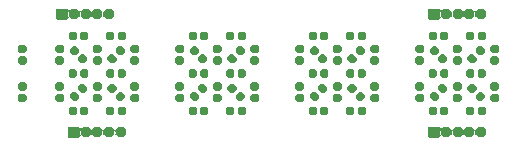
<source format=gbr>
G04 #@! TF.GenerationSoftware,KiCad,Pcbnew,(5.1.9)-1*
G04 #@! TF.CreationDate,2021-02-13T14:53:53-08:00*
G04 #@! TF.ProjectId,ufc_v4_opt,7566635f-7634-45f6-9f70-742e6b696361,rev?*
G04 #@! TF.SameCoordinates,Original*
G04 #@! TF.FileFunction,Soldermask,Top*
G04 #@! TF.FilePolarity,Negative*
%FSLAX46Y46*%
G04 Gerber Fmt 4.6, Leading zero omitted, Abs format (unit mm)*
G04 Created by KiCad (PCBNEW (5.1.9)-1) date 2021-02-13 14:53:53*
%MOMM*%
%LPD*%
G01*
G04 APERTURE LIST*
%ADD10O,0.952000X0.952000*%
%ADD11C,0.100000*%
G04 APERTURE END LIST*
D10*
X155738000Y-83042000D03*
X154738000Y-83042000D03*
X153738000Y-83042000D03*
X152738000Y-83042000D03*
G36*
G01*
X151313000Y-82566000D02*
X152163000Y-82566000D01*
G75*
G02*
X152214000Y-82617000I0J-51000D01*
G01*
X152214000Y-83467000D01*
G75*
G02*
X152163000Y-83518000I-51000J0D01*
G01*
X151313000Y-83518000D01*
G75*
G02*
X151262000Y-83467000I0J51000D01*
G01*
X151262000Y-82617000D01*
G75*
G02*
X151313000Y-82566000I51000J0D01*
G01*
G37*
X187238000Y-83042000D03*
X186238000Y-83042000D03*
X185238000Y-83042000D03*
X184238000Y-83042000D03*
G36*
G01*
X182813000Y-82566000D02*
X183663000Y-82566000D01*
G75*
G02*
X183714000Y-82617000I0J-51000D01*
G01*
X183714000Y-83467000D01*
G75*
G02*
X183663000Y-83518000I-51000J0D01*
G01*
X182813000Y-83518000D01*
G75*
G02*
X182762000Y-83467000I0J51000D01*
G01*
X182762000Y-82617000D01*
G75*
G02*
X182813000Y-82566000I51000J0D01*
G01*
G37*
X156738000Y-93042000D03*
X155738000Y-93042000D03*
X154738000Y-93042000D03*
X153738000Y-93042000D03*
G36*
G01*
X152313000Y-92566000D02*
X153163000Y-92566000D01*
G75*
G02*
X153214000Y-92617000I0J-51000D01*
G01*
X153214000Y-93467000D01*
G75*
G02*
X153163000Y-93518000I-51000J0D01*
G01*
X152313000Y-93518000D01*
G75*
G02*
X152262000Y-93467000I0J51000D01*
G01*
X152262000Y-92617000D01*
G75*
G02*
X152313000Y-92566000I51000J0D01*
G01*
G37*
X187238000Y-93042000D03*
X186238000Y-93042000D03*
X185238000Y-93042000D03*
X184238000Y-93042000D03*
G36*
G01*
X182813000Y-92566000D02*
X183663000Y-92566000D01*
G75*
G02*
X183714000Y-92617000I0J-51000D01*
G01*
X183714000Y-93467000D01*
G75*
G02*
X183663000Y-93518000I-51000J0D01*
G01*
X182813000Y-93518000D01*
G75*
G02*
X182762000Y-93467000I0J51000D01*
G01*
X182762000Y-92617000D01*
G75*
G02*
X182813000Y-92566000I51000J0D01*
G01*
G37*
G36*
G01*
X151358000Y-86623000D02*
X151754000Y-86623000D01*
G75*
G02*
X151927000Y-86796000I0J-173000D01*
G01*
X151927000Y-87142000D01*
G75*
G02*
X151754000Y-87315000I-173000J0D01*
G01*
X151358000Y-87315000D01*
G75*
G02*
X151185000Y-87142000I0J173000D01*
G01*
X151185000Y-86796000D01*
G75*
G02*
X151358000Y-86623000I173000J0D01*
G01*
G37*
G36*
G01*
X151358000Y-85653000D02*
X151754000Y-85653000D01*
G75*
G02*
X151927000Y-85826000I0J-173000D01*
G01*
X151927000Y-86172000D01*
G75*
G02*
X151754000Y-86345000I-173000J0D01*
G01*
X151358000Y-86345000D01*
G75*
G02*
X151185000Y-86172000I0J173000D01*
G01*
X151185000Y-85826000D01*
G75*
G02*
X151358000Y-85653000I173000J0D01*
G01*
G37*
G36*
G01*
X151754000Y-89520000D02*
X151358000Y-89520000D01*
G75*
G02*
X151185000Y-89347000I0J173000D01*
G01*
X151185000Y-89001000D01*
G75*
G02*
X151358000Y-88828000I173000J0D01*
G01*
X151754000Y-88828000D01*
G75*
G02*
X151927000Y-89001000I0J-173000D01*
G01*
X151927000Y-89347000D01*
G75*
G02*
X151754000Y-89520000I-173000J0D01*
G01*
G37*
G36*
G01*
X151754000Y-90490000D02*
X151358000Y-90490000D01*
G75*
G02*
X151185000Y-90317000I0J173000D01*
G01*
X151185000Y-89971000D01*
G75*
G02*
X151358000Y-89798000I173000J0D01*
G01*
X151754000Y-89798000D01*
G75*
G02*
X151927000Y-89971000I0J-173000D01*
G01*
X151927000Y-90317000D01*
G75*
G02*
X151754000Y-90490000I-173000J0D01*
G01*
G37*
G36*
G01*
X152313000Y-85094500D02*
X152313000Y-84698500D01*
G75*
G02*
X152486000Y-84525500I173000J0D01*
G01*
X152832000Y-84525500D01*
G75*
G02*
X153005000Y-84698500I0J-173000D01*
G01*
X153005000Y-85094500D01*
G75*
G02*
X152832000Y-85267500I-173000J0D01*
G01*
X152486000Y-85267500D01*
G75*
G02*
X152313000Y-85094500I0J173000D01*
G01*
G37*
G36*
G01*
X153283000Y-85094500D02*
X153283000Y-84698500D01*
G75*
G02*
X153456000Y-84525500I173000J0D01*
G01*
X153802000Y-84525500D01*
G75*
G02*
X153975000Y-84698500I0J-173000D01*
G01*
X153975000Y-85094500D01*
G75*
G02*
X153802000Y-85267500I-173000J0D01*
G01*
X153456000Y-85267500D01*
G75*
G02*
X153283000Y-85094500I0J173000D01*
G01*
G37*
G36*
G01*
X153185719Y-86245704D02*
X152905704Y-86525719D01*
G75*
G02*
X152661046Y-86525719I-122329J122329D01*
G01*
X152416387Y-86281060D01*
G75*
G02*
X152416387Y-86036402I122329J122329D01*
G01*
X152696402Y-85756387D01*
G75*
G02*
X152941060Y-85756387I122329J-122329D01*
G01*
X153185719Y-86001046D01*
G75*
G02*
X153185719Y-86245704I-122329J-122329D01*
G01*
G37*
G36*
G01*
X153871613Y-86931598D02*
X153591598Y-87211613D01*
G75*
G02*
X153346940Y-87211613I-122329J122329D01*
G01*
X153102281Y-86966954D01*
G75*
G02*
X153102281Y-86722296I122329J122329D01*
G01*
X153382296Y-86442281D01*
G75*
G02*
X153626954Y-86442281I122329J-122329D01*
G01*
X153871613Y-86686940D01*
G75*
G02*
X153871613Y-86931598I-122329J-122329D01*
G01*
G37*
G36*
G01*
X153975000Y-87873500D02*
X153975000Y-88269500D01*
G75*
G02*
X153802000Y-88442500I-173000J0D01*
G01*
X153456000Y-88442500D01*
G75*
G02*
X153283000Y-88269500I0J173000D01*
G01*
X153283000Y-87873500D01*
G75*
G02*
X153456000Y-87700500I173000J0D01*
G01*
X153802000Y-87700500D01*
G75*
G02*
X153975000Y-87873500I0J-173000D01*
G01*
G37*
G36*
G01*
X153005000Y-87873500D02*
X153005000Y-88269500D01*
G75*
G02*
X152832000Y-88442500I-173000J0D01*
G01*
X152486000Y-88442500D01*
G75*
G02*
X152313000Y-88269500I0J173000D01*
G01*
X152313000Y-87873500D01*
G75*
G02*
X152486000Y-87700500I173000J0D01*
G01*
X152832000Y-87700500D01*
G75*
G02*
X153005000Y-87873500I0J-173000D01*
G01*
G37*
G36*
G01*
X152905704Y-89617281D02*
X153185719Y-89897296D01*
G75*
G02*
X153185719Y-90141954I-122329J-122329D01*
G01*
X152941060Y-90386613D01*
G75*
G02*
X152696402Y-90386613I-122329J122329D01*
G01*
X152416387Y-90106598D01*
G75*
G02*
X152416387Y-89861940I122329J122329D01*
G01*
X152661046Y-89617281D01*
G75*
G02*
X152905704Y-89617281I122329J-122329D01*
G01*
G37*
G36*
G01*
X153591598Y-88931387D02*
X153871613Y-89211402D01*
G75*
G02*
X153871613Y-89456060I-122329J-122329D01*
G01*
X153626954Y-89700719D01*
G75*
G02*
X153382296Y-89700719I-122329J122329D01*
G01*
X153102281Y-89420704D01*
G75*
G02*
X153102281Y-89176046I122329J122329D01*
G01*
X153346940Y-88931387D01*
G75*
G02*
X153591598Y-88931387I122329J-122329D01*
G01*
G37*
G36*
G01*
X152313000Y-91444500D02*
X152313000Y-91048500D01*
G75*
G02*
X152486000Y-90875500I173000J0D01*
G01*
X152832000Y-90875500D01*
G75*
G02*
X153005000Y-91048500I0J-173000D01*
G01*
X153005000Y-91444500D01*
G75*
G02*
X152832000Y-91617500I-173000J0D01*
G01*
X152486000Y-91617500D01*
G75*
G02*
X152313000Y-91444500I0J173000D01*
G01*
G37*
G36*
G01*
X153283000Y-91444500D02*
X153283000Y-91048500D01*
G75*
G02*
X153456000Y-90875500I173000J0D01*
G01*
X153802000Y-90875500D01*
G75*
G02*
X153975000Y-91048500I0J-173000D01*
G01*
X153975000Y-91444500D01*
G75*
G02*
X153802000Y-91617500I-173000J0D01*
G01*
X153456000Y-91617500D01*
G75*
G02*
X153283000Y-91444500I0J173000D01*
G01*
G37*
G36*
G01*
X154534000Y-86623000D02*
X154930000Y-86623000D01*
G75*
G02*
X155103000Y-86796000I0J-173000D01*
G01*
X155103000Y-87142000D01*
G75*
G02*
X154930000Y-87315000I-173000J0D01*
G01*
X154534000Y-87315000D01*
G75*
G02*
X154361000Y-87142000I0J173000D01*
G01*
X154361000Y-86796000D01*
G75*
G02*
X154534000Y-86623000I173000J0D01*
G01*
G37*
G36*
G01*
X154534000Y-85653000D02*
X154930000Y-85653000D01*
G75*
G02*
X155103000Y-85826000I0J-173000D01*
G01*
X155103000Y-86172000D01*
G75*
G02*
X154930000Y-86345000I-173000J0D01*
G01*
X154534000Y-86345000D01*
G75*
G02*
X154361000Y-86172000I0J173000D01*
G01*
X154361000Y-85826000D01*
G75*
G02*
X154534000Y-85653000I173000J0D01*
G01*
G37*
G36*
G01*
X154930000Y-89520000D02*
X154534000Y-89520000D01*
G75*
G02*
X154361000Y-89347000I0J173000D01*
G01*
X154361000Y-89001000D01*
G75*
G02*
X154534000Y-88828000I173000J0D01*
G01*
X154930000Y-88828000D01*
G75*
G02*
X155103000Y-89001000I0J-173000D01*
G01*
X155103000Y-89347000D01*
G75*
G02*
X154930000Y-89520000I-173000J0D01*
G01*
G37*
G36*
G01*
X154930000Y-90490000D02*
X154534000Y-90490000D01*
G75*
G02*
X154361000Y-90317000I0J173000D01*
G01*
X154361000Y-89971000D01*
G75*
G02*
X154534000Y-89798000I173000J0D01*
G01*
X154930000Y-89798000D01*
G75*
G02*
X155103000Y-89971000I0J-173000D01*
G01*
X155103000Y-90317000D01*
G75*
G02*
X154930000Y-90490000I-173000J0D01*
G01*
G37*
G36*
G01*
X156458000Y-85094500D02*
X156458000Y-84698500D01*
G75*
G02*
X156631000Y-84525500I173000J0D01*
G01*
X156977000Y-84525500D01*
G75*
G02*
X157150000Y-84698500I0J-173000D01*
G01*
X157150000Y-85094500D01*
G75*
G02*
X156977000Y-85267500I-173000J0D01*
G01*
X156631000Y-85267500D01*
G75*
G02*
X156458000Y-85094500I0J173000D01*
G01*
G37*
G36*
G01*
X155488000Y-85094500D02*
X155488000Y-84698500D01*
G75*
G02*
X155661000Y-84525500I173000J0D01*
G01*
X156007000Y-84525500D01*
G75*
G02*
X156180000Y-84698500I0J-173000D01*
G01*
X156180000Y-85094500D01*
G75*
G02*
X156007000Y-85267500I-173000J0D01*
G01*
X155661000Y-85267500D01*
G75*
G02*
X155488000Y-85094500I0J173000D01*
G01*
G37*
G36*
G01*
X155871402Y-87211613D02*
X155591387Y-86931598D01*
G75*
G02*
X155591387Y-86686940I122329J122329D01*
G01*
X155836046Y-86442281D01*
G75*
G02*
X156080704Y-86442281I122329J-122329D01*
G01*
X156360719Y-86722296D01*
G75*
G02*
X156360719Y-86966954I-122329J-122329D01*
G01*
X156116060Y-87211613D01*
G75*
G02*
X155871402Y-87211613I-122329J122329D01*
G01*
G37*
G36*
G01*
X156557296Y-86525719D02*
X156277281Y-86245704D01*
G75*
G02*
X156277281Y-86001046I122329J122329D01*
G01*
X156521940Y-85756387D01*
G75*
G02*
X156766598Y-85756387I122329J-122329D01*
G01*
X157046613Y-86036402D01*
G75*
G02*
X157046613Y-86281060I-122329J-122329D01*
G01*
X156801954Y-86525719D01*
G75*
G02*
X156557296Y-86525719I-122329J122329D01*
G01*
G37*
G36*
G01*
X156458000Y-88269500D02*
X156458000Y-87873500D01*
G75*
G02*
X156631000Y-87700500I173000J0D01*
G01*
X156977000Y-87700500D01*
G75*
G02*
X157150000Y-87873500I0J-173000D01*
G01*
X157150000Y-88269500D01*
G75*
G02*
X156977000Y-88442500I-173000J0D01*
G01*
X156631000Y-88442500D01*
G75*
G02*
X156458000Y-88269500I0J173000D01*
G01*
G37*
G36*
G01*
X155488000Y-88269500D02*
X155488000Y-87873500D01*
G75*
G02*
X155661000Y-87700500I173000J0D01*
G01*
X156007000Y-87700500D01*
G75*
G02*
X156180000Y-87873500I0J-173000D01*
G01*
X156180000Y-88269500D01*
G75*
G02*
X156007000Y-88442500I-173000J0D01*
G01*
X155661000Y-88442500D01*
G75*
G02*
X155488000Y-88269500I0J173000D01*
G01*
G37*
G36*
G01*
X155591387Y-89211402D02*
X155871402Y-88931387D01*
G75*
G02*
X156116060Y-88931387I122329J-122329D01*
G01*
X156360719Y-89176046D01*
G75*
G02*
X156360719Y-89420704I-122329J-122329D01*
G01*
X156080704Y-89700719D01*
G75*
G02*
X155836046Y-89700719I-122329J122329D01*
G01*
X155591387Y-89456060D01*
G75*
G02*
X155591387Y-89211402I122329J122329D01*
G01*
G37*
G36*
G01*
X156277281Y-89897296D02*
X156557296Y-89617281D01*
G75*
G02*
X156801954Y-89617281I122329J-122329D01*
G01*
X157046613Y-89861940D01*
G75*
G02*
X157046613Y-90106598I-122329J-122329D01*
G01*
X156766598Y-90386613D01*
G75*
G02*
X156521940Y-90386613I-122329J122329D01*
G01*
X156277281Y-90141954D01*
G75*
G02*
X156277281Y-89897296I122329J122329D01*
G01*
G37*
G36*
G01*
X156458000Y-91444500D02*
X156458000Y-91048500D01*
G75*
G02*
X156631000Y-90875500I173000J0D01*
G01*
X156977000Y-90875500D01*
G75*
G02*
X157150000Y-91048500I0J-173000D01*
G01*
X157150000Y-91444500D01*
G75*
G02*
X156977000Y-91617500I-173000J0D01*
G01*
X156631000Y-91617500D01*
G75*
G02*
X156458000Y-91444500I0J173000D01*
G01*
G37*
G36*
G01*
X155488000Y-91444500D02*
X155488000Y-91048500D01*
G75*
G02*
X155661000Y-90875500I173000J0D01*
G01*
X156007000Y-90875500D01*
G75*
G02*
X156180000Y-91048500I0J-173000D01*
G01*
X156180000Y-91444500D01*
G75*
G02*
X156007000Y-91617500I-173000J0D01*
G01*
X155661000Y-91617500D01*
G75*
G02*
X155488000Y-91444500I0J173000D01*
G01*
G37*
G36*
G01*
X157708000Y-85653000D02*
X158104000Y-85653000D01*
G75*
G02*
X158277000Y-85826000I0J-173000D01*
G01*
X158277000Y-86172000D01*
G75*
G02*
X158104000Y-86345000I-173000J0D01*
G01*
X157708000Y-86345000D01*
G75*
G02*
X157535000Y-86172000I0J173000D01*
G01*
X157535000Y-85826000D01*
G75*
G02*
X157708000Y-85653000I173000J0D01*
G01*
G37*
G36*
G01*
X157708000Y-86623000D02*
X158104000Y-86623000D01*
G75*
G02*
X158277000Y-86796000I0J-173000D01*
G01*
X158277000Y-87142000D01*
G75*
G02*
X158104000Y-87315000I-173000J0D01*
G01*
X157708000Y-87315000D01*
G75*
G02*
X157535000Y-87142000I0J173000D01*
G01*
X157535000Y-86796000D01*
G75*
G02*
X157708000Y-86623000I173000J0D01*
G01*
G37*
G36*
G01*
X158104000Y-89520000D02*
X157708000Y-89520000D01*
G75*
G02*
X157535000Y-89347000I0J173000D01*
G01*
X157535000Y-89001000D01*
G75*
G02*
X157708000Y-88828000I173000J0D01*
G01*
X158104000Y-88828000D01*
G75*
G02*
X158277000Y-89001000I0J-173000D01*
G01*
X158277000Y-89347000D01*
G75*
G02*
X158104000Y-89520000I-173000J0D01*
G01*
G37*
G36*
G01*
X158104000Y-90490000D02*
X157708000Y-90490000D01*
G75*
G02*
X157535000Y-90317000I0J173000D01*
G01*
X157535000Y-89971000D01*
G75*
G02*
X157708000Y-89798000I173000J0D01*
G01*
X158104000Y-89798000D01*
G75*
G02*
X158277000Y-89971000I0J-173000D01*
G01*
X158277000Y-90317000D01*
G75*
G02*
X158104000Y-90490000I-173000J0D01*
G01*
G37*
G36*
G01*
X161518000Y-85653000D02*
X161914000Y-85653000D01*
G75*
G02*
X162087000Y-85826000I0J-173000D01*
G01*
X162087000Y-86172000D01*
G75*
G02*
X161914000Y-86345000I-173000J0D01*
G01*
X161518000Y-86345000D01*
G75*
G02*
X161345000Y-86172000I0J173000D01*
G01*
X161345000Y-85826000D01*
G75*
G02*
X161518000Y-85653000I173000J0D01*
G01*
G37*
G36*
G01*
X161518000Y-86623000D02*
X161914000Y-86623000D01*
G75*
G02*
X162087000Y-86796000I0J-173000D01*
G01*
X162087000Y-87142000D01*
G75*
G02*
X161914000Y-87315000I-173000J0D01*
G01*
X161518000Y-87315000D01*
G75*
G02*
X161345000Y-87142000I0J173000D01*
G01*
X161345000Y-86796000D01*
G75*
G02*
X161518000Y-86623000I173000J0D01*
G01*
G37*
G36*
G01*
X161914000Y-89520000D02*
X161518000Y-89520000D01*
G75*
G02*
X161345000Y-89347000I0J173000D01*
G01*
X161345000Y-89001000D01*
G75*
G02*
X161518000Y-88828000I173000J0D01*
G01*
X161914000Y-88828000D01*
G75*
G02*
X162087000Y-89001000I0J-173000D01*
G01*
X162087000Y-89347000D01*
G75*
G02*
X161914000Y-89520000I-173000J0D01*
G01*
G37*
G36*
G01*
X161914000Y-90490000D02*
X161518000Y-90490000D01*
G75*
G02*
X161345000Y-90317000I0J173000D01*
G01*
X161345000Y-89971000D01*
G75*
G02*
X161518000Y-89798000I173000J0D01*
G01*
X161914000Y-89798000D01*
G75*
G02*
X162087000Y-89971000I0J-173000D01*
G01*
X162087000Y-90317000D01*
G75*
G02*
X161914000Y-90490000I-173000J0D01*
G01*
G37*
G36*
G01*
X162473000Y-85094500D02*
X162473000Y-84698500D01*
G75*
G02*
X162646000Y-84525500I173000J0D01*
G01*
X162992000Y-84525500D01*
G75*
G02*
X163165000Y-84698500I0J-173000D01*
G01*
X163165000Y-85094500D01*
G75*
G02*
X162992000Y-85267500I-173000J0D01*
G01*
X162646000Y-85267500D01*
G75*
G02*
X162473000Y-85094500I0J173000D01*
G01*
G37*
G36*
G01*
X163443000Y-85094500D02*
X163443000Y-84698500D01*
G75*
G02*
X163616000Y-84525500I173000J0D01*
G01*
X163962000Y-84525500D01*
G75*
G02*
X164135000Y-84698500I0J-173000D01*
G01*
X164135000Y-85094500D01*
G75*
G02*
X163962000Y-85267500I-173000J0D01*
G01*
X163616000Y-85267500D01*
G75*
G02*
X163443000Y-85094500I0J173000D01*
G01*
G37*
G36*
G01*
X164031613Y-86931598D02*
X163751598Y-87211613D01*
G75*
G02*
X163506940Y-87211613I-122329J122329D01*
G01*
X163262281Y-86966954D01*
G75*
G02*
X163262281Y-86722296I122329J122329D01*
G01*
X163542296Y-86442281D01*
G75*
G02*
X163786954Y-86442281I122329J-122329D01*
G01*
X164031613Y-86686940D01*
G75*
G02*
X164031613Y-86931598I-122329J-122329D01*
G01*
G37*
G36*
G01*
X163345719Y-86245704D02*
X163065704Y-86525719D01*
G75*
G02*
X162821046Y-86525719I-122329J122329D01*
G01*
X162576387Y-86281060D01*
G75*
G02*
X162576387Y-86036402I122329J122329D01*
G01*
X162856402Y-85756387D01*
G75*
G02*
X163101060Y-85756387I122329J-122329D01*
G01*
X163345719Y-86001046D01*
G75*
G02*
X163345719Y-86245704I-122329J-122329D01*
G01*
G37*
G36*
G01*
X163165000Y-87873500D02*
X163165000Y-88269500D01*
G75*
G02*
X162992000Y-88442500I-173000J0D01*
G01*
X162646000Y-88442500D01*
G75*
G02*
X162473000Y-88269500I0J173000D01*
G01*
X162473000Y-87873500D01*
G75*
G02*
X162646000Y-87700500I173000J0D01*
G01*
X162992000Y-87700500D01*
G75*
G02*
X163165000Y-87873500I0J-173000D01*
G01*
G37*
G36*
G01*
X164135000Y-87873500D02*
X164135000Y-88269500D01*
G75*
G02*
X163962000Y-88442500I-173000J0D01*
G01*
X163616000Y-88442500D01*
G75*
G02*
X163443000Y-88269500I0J173000D01*
G01*
X163443000Y-87873500D01*
G75*
G02*
X163616000Y-87700500I173000J0D01*
G01*
X163962000Y-87700500D01*
G75*
G02*
X164135000Y-87873500I0J-173000D01*
G01*
G37*
G36*
G01*
X163751598Y-88931387D02*
X164031613Y-89211402D01*
G75*
G02*
X164031613Y-89456060I-122329J-122329D01*
G01*
X163786954Y-89700719D01*
G75*
G02*
X163542296Y-89700719I-122329J122329D01*
G01*
X163262281Y-89420704D01*
G75*
G02*
X163262281Y-89176046I122329J122329D01*
G01*
X163506940Y-88931387D01*
G75*
G02*
X163751598Y-88931387I122329J-122329D01*
G01*
G37*
G36*
G01*
X163065704Y-89617281D02*
X163345719Y-89897296D01*
G75*
G02*
X163345719Y-90141954I-122329J-122329D01*
G01*
X163101060Y-90386613D01*
G75*
G02*
X162856402Y-90386613I-122329J122329D01*
G01*
X162576387Y-90106598D01*
G75*
G02*
X162576387Y-89861940I122329J122329D01*
G01*
X162821046Y-89617281D01*
G75*
G02*
X163065704Y-89617281I122329J-122329D01*
G01*
G37*
G36*
G01*
X163443000Y-91444500D02*
X163443000Y-91048500D01*
G75*
G02*
X163616000Y-90875500I173000J0D01*
G01*
X163962000Y-90875500D01*
G75*
G02*
X164135000Y-91048500I0J-173000D01*
G01*
X164135000Y-91444500D01*
G75*
G02*
X163962000Y-91617500I-173000J0D01*
G01*
X163616000Y-91617500D01*
G75*
G02*
X163443000Y-91444500I0J173000D01*
G01*
G37*
G36*
G01*
X162473000Y-91444500D02*
X162473000Y-91048500D01*
G75*
G02*
X162646000Y-90875500I173000J0D01*
G01*
X162992000Y-90875500D01*
G75*
G02*
X163165000Y-91048500I0J-173000D01*
G01*
X163165000Y-91444500D01*
G75*
G02*
X162992000Y-91617500I-173000J0D01*
G01*
X162646000Y-91617500D01*
G75*
G02*
X162473000Y-91444500I0J173000D01*
G01*
G37*
G36*
G01*
X164694000Y-85653000D02*
X165090000Y-85653000D01*
G75*
G02*
X165263000Y-85826000I0J-173000D01*
G01*
X165263000Y-86172000D01*
G75*
G02*
X165090000Y-86345000I-173000J0D01*
G01*
X164694000Y-86345000D01*
G75*
G02*
X164521000Y-86172000I0J173000D01*
G01*
X164521000Y-85826000D01*
G75*
G02*
X164694000Y-85653000I173000J0D01*
G01*
G37*
G36*
G01*
X164694000Y-86623000D02*
X165090000Y-86623000D01*
G75*
G02*
X165263000Y-86796000I0J-173000D01*
G01*
X165263000Y-87142000D01*
G75*
G02*
X165090000Y-87315000I-173000J0D01*
G01*
X164694000Y-87315000D01*
G75*
G02*
X164521000Y-87142000I0J173000D01*
G01*
X164521000Y-86796000D01*
G75*
G02*
X164694000Y-86623000I173000J0D01*
G01*
G37*
G36*
G01*
X165090000Y-89520000D02*
X164694000Y-89520000D01*
G75*
G02*
X164521000Y-89347000I0J173000D01*
G01*
X164521000Y-89001000D01*
G75*
G02*
X164694000Y-88828000I173000J0D01*
G01*
X165090000Y-88828000D01*
G75*
G02*
X165263000Y-89001000I0J-173000D01*
G01*
X165263000Y-89347000D01*
G75*
G02*
X165090000Y-89520000I-173000J0D01*
G01*
G37*
G36*
G01*
X165090000Y-90490000D02*
X164694000Y-90490000D01*
G75*
G02*
X164521000Y-90317000I0J173000D01*
G01*
X164521000Y-89971000D01*
G75*
G02*
X164694000Y-89798000I173000J0D01*
G01*
X165090000Y-89798000D01*
G75*
G02*
X165263000Y-89971000I0J-173000D01*
G01*
X165263000Y-90317000D01*
G75*
G02*
X165090000Y-90490000I-173000J0D01*
G01*
G37*
G36*
G01*
X165648000Y-85094500D02*
X165648000Y-84698500D01*
G75*
G02*
X165821000Y-84525500I173000J0D01*
G01*
X166167000Y-84525500D01*
G75*
G02*
X166340000Y-84698500I0J-173000D01*
G01*
X166340000Y-85094500D01*
G75*
G02*
X166167000Y-85267500I-173000J0D01*
G01*
X165821000Y-85267500D01*
G75*
G02*
X165648000Y-85094500I0J173000D01*
G01*
G37*
G36*
G01*
X166618000Y-85094500D02*
X166618000Y-84698500D01*
G75*
G02*
X166791000Y-84525500I173000J0D01*
G01*
X167137000Y-84525500D01*
G75*
G02*
X167310000Y-84698500I0J-173000D01*
G01*
X167310000Y-85094500D01*
G75*
G02*
X167137000Y-85267500I-173000J0D01*
G01*
X166791000Y-85267500D01*
G75*
G02*
X166618000Y-85094500I0J173000D01*
G01*
G37*
G36*
G01*
X166717296Y-86525719D02*
X166437281Y-86245704D01*
G75*
G02*
X166437281Y-86001046I122329J122329D01*
G01*
X166681940Y-85756387D01*
G75*
G02*
X166926598Y-85756387I122329J-122329D01*
G01*
X167206613Y-86036402D01*
G75*
G02*
X167206613Y-86281060I-122329J-122329D01*
G01*
X166961954Y-86525719D01*
G75*
G02*
X166717296Y-86525719I-122329J122329D01*
G01*
G37*
G36*
G01*
X166031402Y-87211613D02*
X165751387Y-86931598D01*
G75*
G02*
X165751387Y-86686940I122329J122329D01*
G01*
X165996046Y-86442281D01*
G75*
G02*
X166240704Y-86442281I122329J-122329D01*
G01*
X166520719Y-86722296D01*
G75*
G02*
X166520719Y-86966954I-122329J-122329D01*
G01*
X166276060Y-87211613D01*
G75*
G02*
X166031402Y-87211613I-122329J122329D01*
G01*
G37*
G36*
G01*
X165648000Y-88269500D02*
X165648000Y-87873500D01*
G75*
G02*
X165821000Y-87700500I173000J0D01*
G01*
X166167000Y-87700500D01*
G75*
G02*
X166340000Y-87873500I0J-173000D01*
G01*
X166340000Y-88269500D01*
G75*
G02*
X166167000Y-88442500I-173000J0D01*
G01*
X165821000Y-88442500D01*
G75*
G02*
X165648000Y-88269500I0J173000D01*
G01*
G37*
G36*
G01*
X166618000Y-88269500D02*
X166618000Y-87873500D01*
G75*
G02*
X166791000Y-87700500I173000J0D01*
G01*
X167137000Y-87700500D01*
G75*
G02*
X167310000Y-87873500I0J-173000D01*
G01*
X167310000Y-88269500D01*
G75*
G02*
X167137000Y-88442500I-173000J0D01*
G01*
X166791000Y-88442500D01*
G75*
G02*
X166618000Y-88269500I0J173000D01*
G01*
G37*
G36*
G01*
X166437281Y-89897296D02*
X166717296Y-89617281D01*
G75*
G02*
X166961954Y-89617281I122329J-122329D01*
G01*
X167206613Y-89861940D01*
G75*
G02*
X167206613Y-90106598I-122329J-122329D01*
G01*
X166926598Y-90386613D01*
G75*
G02*
X166681940Y-90386613I-122329J122329D01*
G01*
X166437281Y-90141954D01*
G75*
G02*
X166437281Y-89897296I122329J122329D01*
G01*
G37*
G36*
G01*
X165751387Y-89211402D02*
X166031402Y-88931387D01*
G75*
G02*
X166276060Y-88931387I122329J-122329D01*
G01*
X166520719Y-89176046D01*
G75*
G02*
X166520719Y-89420704I-122329J-122329D01*
G01*
X166240704Y-89700719D01*
G75*
G02*
X165996046Y-89700719I-122329J122329D01*
G01*
X165751387Y-89456060D01*
G75*
G02*
X165751387Y-89211402I122329J122329D01*
G01*
G37*
G36*
G01*
X165648000Y-91444500D02*
X165648000Y-91048500D01*
G75*
G02*
X165821000Y-90875500I173000J0D01*
G01*
X166167000Y-90875500D01*
G75*
G02*
X166340000Y-91048500I0J-173000D01*
G01*
X166340000Y-91444500D01*
G75*
G02*
X166167000Y-91617500I-173000J0D01*
G01*
X165821000Y-91617500D01*
G75*
G02*
X165648000Y-91444500I0J173000D01*
G01*
G37*
G36*
G01*
X166618000Y-91444500D02*
X166618000Y-91048500D01*
G75*
G02*
X166791000Y-90875500I173000J0D01*
G01*
X167137000Y-90875500D01*
G75*
G02*
X167310000Y-91048500I0J-173000D01*
G01*
X167310000Y-91444500D01*
G75*
G02*
X167137000Y-91617500I-173000J0D01*
G01*
X166791000Y-91617500D01*
G75*
G02*
X166618000Y-91444500I0J173000D01*
G01*
G37*
G36*
G01*
X167868000Y-86623000D02*
X168264000Y-86623000D01*
G75*
G02*
X168437000Y-86796000I0J-173000D01*
G01*
X168437000Y-87142000D01*
G75*
G02*
X168264000Y-87315000I-173000J0D01*
G01*
X167868000Y-87315000D01*
G75*
G02*
X167695000Y-87142000I0J173000D01*
G01*
X167695000Y-86796000D01*
G75*
G02*
X167868000Y-86623000I173000J0D01*
G01*
G37*
G36*
G01*
X167868000Y-85653000D02*
X168264000Y-85653000D01*
G75*
G02*
X168437000Y-85826000I0J-173000D01*
G01*
X168437000Y-86172000D01*
G75*
G02*
X168264000Y-86345000I-173000J0D01*
G01*
X167868000Y-86345000D01*
G75*
G02*
X167695000Y-86172000I0J173000D01*
G01*
X167695000Y-85826000D01*
G75*
G02*
X167868000Y-85653000I173000J0D01*
G01*
G37*
G36*
G01*
X168264000Y-90490000D02*
X167868000Y-90490000D01*
G75*
G02*
X167695000Y-90317000I0J173000D01*
G01*
X167695000Y-89971000D01*
G75*
G02*
X167868000Y-89798000I173000J0D01*
G01*
X168264000Y-89798000D01*
G75*
G02*
X168437000Y-89971000I0J-173000D01*
G01*
X168437000Y-90317000D01*
G75*
G02*
X168264000Y-90490000I-173000J0D01*
G01*
G37*
G36*
G01*
X168264000Y-89520000D02*
X167868000Y-89520000D01*
G75*
G02*
X167695000Y-89347000I0J173000D01*
G01*
X167695000Y-89001000D01*
G75*
G02*
X167868000Y-88828000I173000J0D01*
G01*
X168264000Y-88828000D01*
G75*
G02*
X168437000Y-89001000I0J-173000D01*
G01*
X168437000Y-89347000D01*
G75*
G02*
X168264000Y-89520000I-173000J0D01*
G01*
G37*
G36*
G01*
X171678000Y-85653000D02*
X172074000Y-85653000D01*
G75*
G02*
X172247000Y-85826000I0J-173000D01*
G01*
X172247000Y-86172000D01*
G75*
G02*
X172074000Y-86345000I-173000J0D01*
G01*
X171678000Y-86345000D01*
G75*
G02*
X171505000Y-86172000I0J173000D01*
G01*
X171505000Y-85826000D01*
G75*
G02*
X171678000Y-85653000I173000J0D01*
G01*
G37*
G36*
G01*
X171678000Y-86623000D02*
X172074000Y-86623000D01*
G75*
G02*
X172247000Y-86796000I0J-173000D01*
G01*
X172247000Y-87142000D01*
G75*
G02*
X172074000Y-87315000I-173000J0D01*
G01*
X171678000Y-87315000D01*
G75*
G02*
X171505000Y-87142000I0J173000D01*
G01*
X171505000Y-86796000D01*
G75*
G02*
X171678000Y-86623000I173000J0D01*
G01*
G37*
G36*
G01*
X172074000Y-89520000D02*
X171678000Y-89520000D01*
G75*
G02*
X171505000Y-89347000I0J173000D01*
G01*
X171505000Y-89001000D01*
G75*
G02*
X171678000Y-88828000I173000J0D01*
G01*
X172074000Y-88828000D01*
G75*
G02*
X172247000Y-89001000I0J-173000D01*
G01*
X172247000Y-89347000D01*
G75*
G02*
X172074000Y-89520000I-173000J0D01*
G01*
G37*
G36*
G01*
X172074000Y-90490000D02*
X171678000Y-90490000D01*
G75*
G02*
X171505000Y-90317000I0J173000D01*
G01*
X171505000Y-89971000D01*
G75*
G02*
X171678000Y-89798000I173000J0D01*
G01*
X172074000Y-89798000D01*
G75*
G02*
X172247000Y-89971000I0J-173000D01*
G01*
X172247000Y-90317000D01*
G75*
G02*
X172074000Y-90490000I-173000J0D01*
G01*
G37*
G36*
G01*
X172633000Y-85094500D02*
X172633000Y-84698500D01*
G75*
G02*
X172806000Y-84525500I173000J0D01*
G01*
X173152000Y-84525500D01*
G75*
G02*
X173325000Y-84698500I0J-173000D01*
G01*
X173325000Y-85094500D01*
G75*
G02*
X173152000Y-85267500I-173000J0D01*
G01*
X172806000Y-85267500D01*
G75*
G02*
X172633000Y-85094500I0J173000D01*
G01*
G37*
G36*
G01*
X173603000Y-85094500D02*
X173603000Y-84698500D01*
G75*
G02*
X173776000Y-84525500I173000J0D01*
G01*
X174122000Y-84525500D01*
G75*
G02*
X174295000Y-84698500I0J-173000D01*
G01*
X174295000Y-85094500D01*
G75*
G02*
X174122000Y-85267500I-173000J0D01*
G01*
X173776000Y-85267500D01*
G75*
G02*
X173603000Y-85094500I0J173000D01*
G01*
G37*
G36*
G01*
X173505719Y-86245704D02*
X173225704Y-86525719D01*
G75*
G02*
X172981046Y-86525719I-122329J122329D01*
G01*
X172736387Y-86281060D01*
G75*
G02*
X172736387Y-86036402I122329J122329D01*
G01*
X173016402Y-85756387D01*
G75*
G02*
X173261060Y-85756387I122329J-122329D01*
G01*
X173505719Y-86001046D01*
G75*
G02*
X173505719Y-86245704I-122329J-122329D01*
G01*
G37*
G36*
G01*
X174191613Y-86931598D02*
X173911598Y-87211613D01*
G75*
G02*
X173666940Y-87211613I-122329J122329D01*
G01*
X173422281Y-86966954D01*
G75*
G02*
X173422281Y-86722296I122329J122329D01*
G01*
X173702296Y-86442281D01*
G75*
G02*
X173946954Y-86442281I122329J-122329D01*
G01*
X174191613Y-86686940D01*
G75*
G02*
X174191613Y-86931598I-122329J-122329D01*
G01*
G37*
G36*
G01*
X174295000Y-87873500D02*
X174295000Y-88269500D01*
G75*
G02*
X174122000Y-88442500I-173000J0D01*
G01*
X173776000Y-88442500D01*
G75*
G02*
X173603000Y-88269500I0J173000D01*
G01*
X173603000Y-87873500D01*
G75*
G02*
X173776000Y-87700500I173000J0D01*
G01*
X174122000Y-87700500D01*
G75*
G02*
X174295000Y-87873500I0J-173000D01*
G01*
G37*
G36*
G01*
X173325000Y-87873500D02*
X173325000Y-88269500D01*
G75*
G02*
X173152000Y-88442500I-173000J0D01*
G01*
X172806000Y-88442500D01*
G75*
G02*
X172633000Y-88269500I0J173000D01*
G01*
X172633000Y-87873500D01*
G75*
G02*
X172806000Y-87700500I173000J0D01*
G01*
X173152000Y-87700500D01*
G75*
G02*
X173325000Y-87873500I0J-173000D01*
G01*
G37*
G36*
G01*
X173225704Y-89617281D02*
X173505719Y-89897296D01*
G75*
G02*
X173505719Y-90141954I-122329J-122329D01*
G01*
X173261060Y-90386613D01*
G75*
G02*
X173016402Y-90386613I-122329J122329D01*
G01*
X172736387Y-90106598D01*
G75*
G02*
X172736387Y-89861940I122329J122329D01*
G01*
X172981046Y-89617281D01*
G75*
G02*
X173225704Y-89617281I122329J-122329D01*
G01*
G37*
G36*
G01*
X173911598Y-88931387D02*
X174191613Y-89211402D01*
G75*
G02*
X174191613Y-89456060I-122329J-122329D01*
G01*
X173946954Y-89700719D01*
G75*
G02*
X173702296Y-89700719I-122329J122329D01*
G01*
X173422281Y-89420704D01*
G75*
G02*
X173422281Y-89176046I122329J122329D01*
G01*
X173666940Y-88931387D01*
G75*
G02*
X173911598Y-88931387I122329J-122329D01*
G01*
G37*
G36*
G01*
X172633000Y-91444500D02*
X172633000Y-91048500D01*
G75*
G02*
X172806000Y-90875500I173000J0D01*
G01*
X173152000Y-90875500D01*
G75*
G02*
X173325000Y-91048500I0J-173000D01*
G01*
X173325000Y-91444500D01*
G75*
G02*
X173152000Y-91617500I-173000J0D01*
G01*
X172806000Y-91617500D01*
G75*
G02*
X172633000Y-91444500I0J173000D01*
G01*
G37*
G36*
G01*
X173603000Y-91444500D02*
X173603000Y-91048500D01*
G75*
G02*
X173776000Y-90875500I173000J0D01*
G01*
X174122000Y-90875500D01*
G75*
G02*
X174295000Y-91048500I0J-173000D01*
G01*
X174295000Y-91444500D01*
G75*
G02*
X174122000Y-91617500I-173000J0D01*
G01*
X173776000Y-91617500D01*
G75*
G02*
X173603000Y-91444500I0J173000D01*
G01*
G37*
G36*
G01*
X174854000Y-86623000D02*
X175250000Y-86623000D01*
G75*
G02*
X175423000Y-86796000I0J-173000D01*
G01*
X175423000Y-87142000D01*
G75*
G02*
X175250000Y-87315000I-173000J0D01*
G01*
X174854000Y-87315000D01*
G75*
G02*
X174681000Y-87142000I0J173000D01*
G01*
X174681000Y-86796000D01*
G75*
G02*
X174854000Y-86623000I173000J0D01*
G01*
G37*
G36*
G01*
X174854000Y-85653000D02*
X175250000Y-85653000D01*
G75*
G02*
X175423000Y-85826000I0J-173000D01*
G01*
X175423000Y-86172000D01*
G75*
G02*
X175250000Y-86345000I-173000J0D01*
G01*
X174854000Y-86345000D01*
G75*
G02*
X174681000Y-86172000I0J173000D01*
G01*
X174681000Y-85826000D01*
G75*
G02*
X174854000Y-85653000I173000J0D01*
G01*
G37*
G36*
G01*
X175250000Y-90490000D02*
X174854000Y-90490000D01*
G75*
G02*
X174681000Y-90317000I0J173000D01*
G01*
X174681000Y-89971000D01*
G75*
G02*
X174854000Y-89798000I173000J0D01*
G01*
X175250000Y-89798000D01*
G75*
G02*
X175423000Y-89971000I0J-173000D01*
G01*
X175423000Y-90317000D01*
G75*
G02*
X175250000Y-90490000I-173000J0D01*
G01*
G37*
G36*
G01*
X175250000Y-89520000D02*
X174854000Y-89520000D01*
G75*
G02*
X174681000Y-89347000I0J173000D01*
G01*
X174681000Y-89001000D01*
G75*
G02*
X174854000Y-88828000I173000J0D01*
G01*
X175250000Y-88828000D01*
G75*
G02*
X175423000Y-89001000I0J-173000D01*
G01*
X175423000Y-89347000D01*
G75*
G02*
X175250000Y-89520000I-173000J0D01*
G01*
G37*
G36*
G01*
X175808000Y-85094500D02*
X175808000Y-84698500D01*
G75*
G02*
X175981000Y-84525500I173000J0D01*
G01*
X176327000Y-84525500D01*
G75*
G02*
X176500000Y-84698500I0J-173000D01*
G01*
X176500000Y-85094500D01*
G75*
G02*
X176327000Y-85267500I-173000J0D01*
G01*
X175981000Y-85267500D01*
G75*
G02*
X175808000Y-85094500I0J173000D01*
G01*
G37*
G36*
G01*
X176778000Y-85094500D02*
X176778000Y-84698500D01*
G75*
G02*
X176951000Y-84525500I173000J0D01*
G01*
X177297000Y-84525500D01*
G75*
G02*
X177470000Y-84698500I0J-173000D01*
G01*
X177470000Y-85094500D01*
G75*
G02*
X177297000Y-85267500I-173000J0D01*
G01*
X176951000Y-85267500D01*
G75*
G02*
X176778000Y-85094500I0J173000D01*
G01*
G37*
G36*
G01*
X176191402Y-87211613D02*
X175911387Y-86931598D01*
G75*
G02*
X175911387Y-86686940I122329J122329D01*
G01*
X176156046Y-86442281D01*
G75*
G02*
X176400704Y-86442281I122329J-122329D01*
G01*
X176680719Y-86722296D01*
G75*
G02*
X176680719Y-86966954I-122329J-122329D01*
G01*
X176436060Y-87211613D01*
G75*
G02*
X176191402Y-87211613I-122329J122329D01*
G01*
G37*
G36*
G01*
X176877296Y-86525719D02*
X176597281Y-86245704D01*
G75*
G02*
X176597281Y-86001046I122329J122329D01*
G01*
X176841940Y-85756387D01*
G75*
G02*
X177086598Y-85756387I122329J-122329D01*
G01*
X177366613Y-86036402D01*
G75*
G02*
X177366613Y-86281060I-122329J-122329D01*
G01*
X177121954Y-86525719D01*
G75*
G02*
X176877296Y-86525719I-122329J122329D01*
G01*
G37*
G36*
G01*
X176778000Y-88269500D02*
X176778000Y-87873500D01*
G75*
G02*
X176951000Y-87700500I173000J0D01*
G01*
X177297000Y-87700500D01*
G75*
G02*
X177470000Y-87873500I0J-173000D01*
G01*
X177470000Y-88269500D01*
G75*
G02*
X177297000Y-88442500I-173000J0D01*
G01*
X176951000Y-88442500D01*
G75*
G02*
X176778000Y-88269500I0J173000D01*
G01*
G37*
G36*
G01*
X175808000Y-88269500D02*
X175808000Y-87873500D01*
G75*
G02*
X175981000Y-87700500I173000J0D01*
G01*
X176327000Y-87700500D01*
G75*
G02*
X176500000Y-87873500I0J-173000D01*
G01*
X176500000Y-88269500D01*
G75*
G02*
X176327000Y-88442500I-173000J0D01*
G01*
X175981000Y-88442500D01*
G75*
G02*
X175808000Y-88269500I0J173000D01*
G01*
G37*
G36*
G01*
X175911387Y-89211402D02*
X176191402Y-88931387D01*
G75*
G02*
X176436060Y-88931387I122329J-122329D01*
G01*
X176680719Y-89176046D01*
G75*
G02*
X176680719Y-89420704I-122329J-122329D01*
G01*
X176400704Y-89700719D01*
G75*
G02*
X176156046Y-89700719I-122329J122329D01*
G01*
X175911387Y-89456060D01*
G75*
G02*
X175911387Y-89211402I122329J122329D01*
G01*
G37*
G36*
G01*
X176597281Y-89897296D02*
X176877296Y-89617281D01*
G75*
G02*
X177121954Y-89617281I122329J-122329D01*
G01*
X177366613Y-89861940D01*
G75*
G02*
X177366613Y-90106598I-122329J-122329D01*
G01*
X177086598Y-90386613D01*
G75*
G02*
X176841940Y-90386613I-122329J122329D01*
G01*
X176597281Y-90141954D01*
G75*
G02*
X176597281Y-89897296I122329J122329D01*
G01*
G37*
G36*
G01*
X176778000Y-91444500D02*
X176778000Y-91048500D01*
G75*
G02*
X176951000Y-90875500I173000J0D01*
G01*
X177297000Y-90875500D01*
G75*
G02*
X177470000Y-91048500I0J-173000D01*
G01*
X177470000Y-91444500D01*
G75*
G02*
X177297000Y-91617500I-173000J0D01*
G01*
X176951000Y-91617500D01*
G75*
G02*
X176778000Y-91444500I0J173000D01*
G01*
G37*
G36*
G01*
X175808000Y-91444500D02*
X175808000Y-91048500D01*
G75*
G02*
X175981000Y-90875500I173000J0D01*
G01*
X176327000Y-90875500D01*
G75*
G02*
X176500000Y-91048500I0J-173000D01*
G01*
X176500000Y-91444500D01*
G75*
G02*
X176327000Y-91617500I-173000J0D01*
G01*
X175981000Y-91617500D01*
G75*
G02*
X175808000Y-91444500I0J173000D01*
G01*
G37*
G36*
G01*
X178028000Y-85653000D02*
X178424000Y-85653000D01*
G75*
G02*
X178597000Y-85826000I0J-173000D01*
G01*
X178597000Y-86172000D01*
G75*
G02*
X178424000Y-86345000I-173000J0D01*
G01*
X178028000Y-86345000D01*
G75*
G02*
X177855000Y-86172000I0J173000D01*
G01*
X177855000Y-85826000D01*
G75*
G02*
X178028000Y-85653000I173000J0D01*
G01*
G37*
G36*
G01*
X178028000Y-86623000D02*
X178424000Y-86623000D01*
G75*
G02*
X178597000Y-86796000I0J-173000D01*
G01*
X178597000Y-87142000D01*
G75*
G02*
X178424000Y-87315000I-173000J0D01*
G01*
X178028000Y-87315000D01*
G75*
G02*
X177855000Y-87142000I0J173000D01*
G01*
X177855000Y-86796000D01*
G75*
G02*
X178028000Y-86623000I173000J0D01*
G01*
G37*
G36*
G01*
X178424000Y-89520000D02*
X178028000Y-89520000D01*
G75*
G02*
X177855000Y-89347000I0J173000D01*
G01*
X177855000Y-89001000D01*
G75*
G02*
X178028000Y-88828000I173000J0D01*
G01*
X178424000Y-88828000D01*
G75*
G02*
X178597000Y-89001000I0J-173000D01*
G01*
X178597000Y-89347000D01*
G75*
G02*
X178424000Y-89520000I-173000J0D01*
G01*
G37*
G36*
G01*
X178424000Y-90490000D02*
X178028000Y-90490000D01*
G75*
G02*
X177855000Y-90317000I0J173000D01*
G01*
X177855000Y-89971000D01*
G75*
G02*
X178028000Y-89798000I173000J0D01*
G01*
X178424000Y-89798000D01*
G75*
G02*
X178597000Y-89971000I0J-173000D01*
G01*
X178597000Y-90317000D01*
G75*
G02*
X178424000Y-90490000I-173000J0D01*
G01*
G37*
G36*
G01*
X181838000Y-85653000D02*
X182234000Y-85653000D01*
G75*
G02*
X182407000Y-85826000I0J-173000D01*
G01*
X182407000Y-86172000D01*
G75*
G02*
X182234000Y-86345000I-173000J0D01*
G01*
X181838000Y-86345000D01*
G75*
G02*
X181665000Y-86172000I0J173000D01*
G01*
X181665000Y-85826000D01*
G75*
G02*
X181838000Y-85653000I173000J0D01*
G01*
G37*
G36*
G01*
X181838000Y-86623000D02*
X182234000Y-86623000D01*
G75*
G02*
X182407000Y-86796000I0J-173000D01*
G01*
X182407000Y-87142000D01*
G75*
G02*
X182234000Y-87315000I-173000J0D01*
G01*
X181838000Y-87315000D01*
G75*
G02*
X181665000Y-87142000I0J173000D01*
G01*
X181665000Y-86796000D01*
G75*
G02*
X181838000Y-86623000I173000J0D01*
G01*
G37*
G36*
G01*
X182234000Y-89520000D02*
X181838000Y-89520000D01*
G75*
G02*
X181665000Y-89347000I0J173000D01*
G01*
X181665000Y-89001000D01*
G75*
G02*
X181838000Y-88828000I173000J0D01*
G01*
X182234000Y-88828000D01*
G75*
G02*
X182407000Y-89001000I0J-173000D01*
G01*
X182407000Y-89347000D01*
G75*
G02*
X182234000Y-89520000I-173000J0D01*
G01*
G37*
G36*
G01*
X182234000Y-90490000D02*
X181838000Y-90490000D01*
G75*
G02*
X181665000Y-90317000I0J173000D01*
G01*
X181665000Y-89971000D01*
G75*
G02*
X181838000Y-89798000I173000J0D01*
G01*
X182234000Y-89798000D01*
G75*
G02*
X182407000Y-89971000I0J-173000D01*
G01*
X182407000Y-90317000D01*
G75*
G02*
X182234000Y-90490000I-173000J0D01*
G01*
G37*
G36*
G01*
X183763000Y-85094500D02*
X183763000Y-84698500D01*
G75*
G02*
X183936000Y-84525500I173000J0D01*
G01*
X184282000Y-84525500D01*
G75*
G02*
X184455000Y-84698500I0J-173000D01*
G01*
X184455000Y-85094500D01*
G75*
G02*
X184282000Y-85267500I-173000J0D01*
G01*
X183936000Y-85267500D01*
G75*
G02*
X183763000Y-85094500I0J173000D01*
G01*
G37*
G36*
G01*
X182793000Y-85094500D02*
X182793000Y-84698500D01*
G75*
G02*
X182966000Y-84525500I173000J0D01*
G01*
X183312000Y-84525500D01*
G75*
G02*
X183485000Y-84698500I0J-173000D01*
G01*
X183485000Y-85094500D01*
G75*
G02*
X183312000Y-85267500I-173000J0D01*
G01*
X182966000Y-85267500D01*
G75*
G02*
X182793000Y-85094500I0J173000D01*
G01*
G37*
G36*
G01*
X184351613Y-86931598D02*
X184071598Y-87211613D01*
G75*
G02*
X183826940Y-87211613I-122329J122329D01*
G01*
X183582281Y-86966954D01*
G75*
G02*
X183582281Y-86722296I122329J122329D01*
G01*
X183862296Y-86442281D01*
G75*
G02*
X184106954Y-86442281I122329J-122329D01*
G01*
X184351613Y-86686940D01*
G75*
G02*
X184351613Y-86931598I-122329J-122329D01*
G01*
G37*
G36*
G01*
X183665719Y-86245704D02*
X183385704Y-86525719D01*
G75*
G02*
X183141046Y-86525719I-122329J122329D01*
G01*
X182896387Y-86281060D01*
G75*
G02*
X182896387Y-86036402I122329J122329D01*
G01*
X183176402Y-85756387D01*
G75*
G02*
X183421060Y-85756387I122329J-122329D01*
G01*
X183665719Y-86001046D01*
G75*
G02*
X183665719Y-86245704I-122329J-122329D01*
G01*
G37*
G36*
G01*
X183485000Y-87873500D02*
X183485000Y-88269500D01*
G75*
G02*
X183312000Y-88442500I-173000J0D01*
G01*
X182966000Y-88442500D01*
G75*
G02*
X182793000Y-88269500I0J173000D01*
G01*
X182793000Y-87873500D01*
G75*
G02*
X182966000Y-87700500I173000J0D01*
G01*
X183312000Y-87700500D01*
G75*
G02*
X183485000Y-87873500I0J-173000D01*
G01*
G37*
G36*
G01*
X184455000Y-87873500D02*
X184455000Y-88269500D01*
G75*
G02*
X184282000Y-88442500I-173000J0D01*
G01*
X183936000Y-88442500D01*
G75*
G02*
X183763000Y-88269500I0J173000D01*
G01*
X183763000Y-87873500D01*
G75*
G02*
X183936000Y-87700500I173000J0D01*
G01*
X184282000Y-87700500D01*
G75*
G02*
X184455000Y-87873500I0J-173000D01*
G01*
G37*
G36*
G01*
X184071598Y-88931387D02*
X184351613Y-89211402D01*
G75*
G02*
X184351613Y-89456060I-122329J-122329D01*
G01*
X184106954Y-89700719D01*
G75*
G02*
X183862296Y-89700719I-122329J122329D01*
G01*
X183582281Y-89420704D01*
G75*
G02*
X183582281Y-89176046I122329J122329D01*
G01*
X183826940Y-88931387D01*
G75*
G02*
X184071598Y-88931387I122329J-122329D01*
G01*
G37*
G36*
G01*
X183385704Y-89617281D02*
X183665719Y-89897296D01*
G75*
G02*
X183665719Y-90141954I-122329J-122329D01*
G01*
X183421060Y-90386613D01*
G75*
G02*
X183176402Y-90386613I-122329J122329D01*
G01*
X182896387Y-90106598D01*
G75*
G02*
X182896387Y-89861940I122329J122329D01*
G01*
X183141046Y-89617281D01*
G75*
G02*
X183385704Y-89617281I122329J-122329D01*
G01*
G37*
G36*
G01*
X183763000Y-91444500D02*
X183763000Y-91048500D01*
G75*
G02*
X183936000Y-90875500I173000J0D01*
G01*
X184282000Y-90875500D01*
G75*
G02*
X184455000Y-91048500I0J-173000D01*
G01*
X184455000Y-91444500D01*
G75*
G02*
X184282000Y-91617500I-173000J0D01*
G01*
X183936000Y-91617500D01*
G75*
G02*
X183763000Y-91444500I0J173000D01*
G01*
G37*
G36*
G01*
X182793000Y-91444500D02*
X182793000Y-91048500D01*
G75*
G02*
X182966000Y-90875500I173000J0D01*
G01*
X183312000Y-90875500D01*
G75*
G02*
X183485000Y-91048500I0J-173000D01*
G01*
X183485000Y-91444500D01*
G75*
G02*
X183312000Y-91617500I-173000J0D01*
G01*
X182966000Y-91617500D01*
G75*
G02*
X182793000Y-91444500I0J173000D01*
G01*
G37*
G36*
G01*
X185014000Y-85653000D02*
X185410000Y-85653000D01*
G75*
G02*
X185583000Y-85826000I0J-173000D01*
G01*
X185583000Y-86172000D01*
G75*
G02*
X185410000Y-86345000I-173000J0D01*
G01*
X185014000Y-86345000D01*
G75*
G02*
X184841000Y-86172000I0J173000D01*
G01*
X184841000Y-85826000D01*
G75*
G02*
X185014000Y-85653000I173000J0D01*
G01*
G37*
G36*
G01*
X185014000Y-86623000D02*
X185410000Y-86623000D01*
G75*
G02*
X185583000Y-86796000I0J-173000D01*
G01*
X185583000Y-87142000D01*
G75*
G02*
X185410000Y-87315000I-173000J0D01*
G01*
X185014000Y-87315000D01*
G75*
G02*
X184841000Y-87142000I0J173000D01*
G01*
X184841000Y-86796000D01*
G75*
G02*
X185014000Y-86623000I173000J0D01*
G01*
G37*
G36*
G01*
X185410000Y-89520000D02*
X185014000Y-89520000D01*
G75*
G02*
X184841000Y-89347000I0J173000D01*
G01*
X184841000Y-89001000D01*
G75*
G02*
X185014000Y-88828000I173000J0D01*
G01*
X185410000Y-88828000D01*
G75*
G02*
X185583000Y-89001000I0J-173000D01*
G01*
X185583000Y-89347000D01*
G75*
G02*
X185410000Y-89520000I-173000J0D01*
G01*
G37*
G36*
G01*
X185410000Y-90490000D02*
X185014000Y-90490000D01*
G75*
G02*
X184841000Y-90317000I0J173000D01*
G01*
X184841000Y-89971000D01*
G75*
G02*
X185014000Y-89798000I173000J0D01*
G01*
X185410000Y-89798000D01*
G75*
G02*
X185583000Y-89971000I0J-173000D01*
G01*
X185583000Y-90317000D01*
G75*
G02*
X185410000Y-90490000I-173000J0D01*
G01*
G37*
G36*
G01*
X187630000Y-84698500D02*
X187630000Y-85094500D01*
G75*
G02*
X187457000Y-85267500I-173000J0D01*
G01*
X187111000Y-85267500D01*
G75*
G02*
X186938000Y-85094500I0J173000D01*
G01*
X186938000Y-84698500D01*
G75*
G02*
X187111000Y-84525500I173000J0D01*
G01*
X187457000Y-84525500D01*
G75*
G02*
X187630000Y-84698500I0J-173000D01*
G01*
G37*
G36*
G01*
X186660000Y-84698500D02*
X186660000Y-85094500D01*
G75*
G02*
X186487000Y-85267500I-173000J0D01*
G01*
X186141000Y-85267500D01*
G75*
G02*
X185968000Y-85094500I0J173000D01*
G01*
X185968000Y-84698500D01*
G75*
G02*
X186141000Y-84525500I173000J0D01*
G01*
X186487000Y-84525500D01*
G75*
G02*
X186660000Y-84698500I0J-173000D01*
G01*
G37*
G36*
G01*
X187037296Y-86525719D02*
X186757281Y-86245704D01*
G75*
G02*
X186757281Y-86001046I122329J122329D01*
G01*
X187001940Y-85756387D01*
G75*
G02*
X187246598Y-85756387I122329J-122329D01*
G01*
X187526613Y-86036402D01*
G75*
G02*
X187526613Y-86281060I-122329J-122329D01*
G01*
X187281954Y-86525719D01*
G75*
G02*
X187037296Y-86525719I-122329J122329D01*
G01*
G37*
G36*
G01*
X186351402Y-87211613D02*
X186071387Y-86931598D01*
G75*
G02*
X186071387Y-86686940I122329J122329D01*
G01*
X186316046Y-86442281D01*
G75*
G02*
X186560704Y-86442281I122329J-122329D01*
G01*
X186840719Y-86722296D01*
G75*
G02*
X186840719Y-86966954I-122329J-122329D01*
G01*
X186596060Y-87211613D01*
G75*
G02*
X186351402Y-87211613I-122329J122329D01*
G01*
G37*
G36*
G01*
X185968000Y-88269500D02*
X185968000Y-87873500D01*
G75*
G02*
X186141000Y-87700500I173000J0D01*
G01*
X186487000Y-87700500D01*
G75*
G02*
X186660000Y-87873500I0J-173000D01*
G01*
X186660000Y-88269500D01*
G75*
G02*
X186487000Y-88442500I-173000J0D01*
G01*
X186141000Y-88442500D01*
G75*
G02*
X185968000Y-88269500I0J173000D01*
G01*
G37*
G36*
G01*
X186938000Y-88269500D02*
X186938000Y-87873500D01*
G75*
G02*
X187111000Y-87700500I173000J0D01*
G01*
X187457000Y-87700500D01*
G75*
G02*
X187630000Y-87873500I0J-173000D01*
G01*
X187630000Y-88269500D01*
G75*
G02*
X187457000Y-88442500I-173000J0D01*
G01*
X187111000Y-88442500D01*
G75*
G02*
X186938000Y-88269500I0J173000D01*
G01*
G37*
G36*
G01*
X186757281Y-89897296D02*
X187037296Y-89617281D01*
G75*
G02*
X187281954Y-89617281I122329J-122329D01*
G01*
X187526613Y-89861940D01*
G75*
G02*
X187526613Y-90106598I-122329J-122329D01*
G01*
X187246598Y-90386613D01*
G75*
G02*
X187001940Y-90386613I-122329J122329D01*
G01*
X186757281Y-90141954D01*
G75*
G02*
X186757281Y-89897296I122329J122329D01*
G01*
G37*
G36*
G01*
X186071387Y-89211402D02*
X186351402Y-88931387D01*
G75*
G02*
X186596060Y-88931387I122329J-122329D01*
G01*
X186840719Y-89176046D01*
G75*
G02*
X186840719Y-89420704I-122329J-122329D01*
G01*
X186560704Y-89700719D01*
G75*
G02*
X186316046Y-89700719I-122329J122329D01*
G01*
X186071387Y-89456060D01*
G75*
G02*
X186071387Y-89211402I122329J122329D01*
G01*
G37*
G36*
G01*
X185968000Y-91444500D02*
X185968000Y-91048500D01*
G75*
G02*
X186141000Y-90875500I173000J0D01*
G01*
X186487000Y-90875500D01*
G75*
G02*
X186660000Y-91048500I0J-173000D01*
G01*
X186660000Y-91444500D01*
G75*
G02*
X186487000Y-91617500I-173000J0D01*
G01*
X186141000Y-91617500D01*
G75*
G02*
X185968000Y-91444500I0J173000D01*
G01*
G37*
G36*
G01*
X186938000Y-91444500D02*
X186938000Y-91048500D01*
G75*
G02*
X187111000Y-90875500I173000J0D01*
G01*
X187457000Y-90875500D01*
G75*
G02*
X187630000Y-91048500I0J-173000D01*
G01*
X187630000Y-91444500D01*
G75*
G02*
X187457000Y-91617500I-173000J0D01*
G01*
X187111000Y-91617500D01*
G75*
G02*
X186938000Y-91444500I0J173000D01*
G01*
G37*
G36*
G01*
X188188000Y-86623000D02*
X188584000Y-86623000D01*
G75*
G02*
X188757000Y-86796000I0J-173000D01*
G01*
X188757000Y-87142000D01*
G75*
G02*
X188584000Y-87315000I-173000J0D01*
G01*
X188188000Y-87315000D01*
G75*
G02*
X188015000Y-87142000I0J173000D01*
G01*
X188015000Y-86796000D01*
G75*
G02*
X188188000Y-86623000I173000J0D01*
G01*
G37*
G36*
G01*
X188188000Y-85653000D02*
X188584000Y-85653000D01*
G75*
G02*
X188757000Y-85826000I0J-173000D01*
G01*
X188757000Y-86172000D01*
G75*
G02*
X188584000Y-86345000I-173000J0D01*
G01*
X188188000Y-86345000D01*
G75*
G02*
X188015000Y-86172000I0J173000D01*
G01*
X188015000Y-85826000D01*
G75*
G02*
X188188000Y-85653000I173000J0D01*
G01*
G37*
G36*
G01*
X188584000Y-90490000D02*
X188188000Y-90490000D01*
G75*
G02*
X188015000Y-90317000I0J173000D01*
G01*
X188015000Y-89971000D01*
G75*
G02*
X188188000Y-89798000I173000J0D01*
G01*
X188584000Y-89798000D01*
G75*
G02*
X188757000Y-89971000I0J-173000D01*
G01*
X188757000Y-90317000D01*
G75*
G02*
X188584000Y-90490000I-173000J0D01*
G01*
G37*
G36*
G01*
X188584000Y-89520000D02*
X188188000Y-89520000D01*
G75*
G02*
X188015000Y-89347000I0J173000D01*
G01*
X188015000Y-89001000D01*
G75*
G02*
X188188000Y-88828000I173000J0D01*
G01*
X188584000Y-88828000D01*
G75*
G02*
X188757000Y-89001000I0J-173000D01*
G01*
X188757000Y-89347000D01*
G75*
G02*
X188584000Y-89520000I-173000J0D01*
G01*
G37*
G36*
G01*
X148184000Y-86623000D02*
X148580000Y-86623000D01*
G75*
G02*
X148753000Y-86796000I0J-173000D01*
G01*
X148753000Y-87142000D01*
G75*
G02*
X148580000Y-87315000I-173000J0D01*
G01*
X148184000Y-87315000D01*
G75*
G02*
X148011000Y-87142000I0J173000D01*
G01*
X148011000Y-86796000D01*
G75*
G02*
X148184000Y-86623000I173000J0D01*
G01*
G37*
G36*
G01*
X148184000Y-85653000D02*
X148580000Y-85653000D01*
G75*
G02*
X148753000Y-85826000I0J-173000D01*
G01*
X148753000Y-86172000D01*
G75*
G02*
X148580000Y-86345000I-173000J0D01*
G01*
X148184000Y-86345000D01*
G75*
G02*
X148011000Y-86172000I0J173000D01*
G01*
X148011000Y-85826000D01*
G75*
G02*
X148184000Y-85653000I173000J0D01*
G01*
G37*
G36*
G01*
X148184000Y-88828000D02*
X148580000Y-88828000D01*
G75*
G02*
X148753000Y-89001000I0J-173000D01*
G01*
X148753000Y-89347000D01*
G75*
G02*
X148580000Y-89520000I-173000J0D01*
G01*
X148184000Y-89520000D01*
G75*
G02*
X148011000Y-89347000I0J173000D01*
G01*
X148011000Y-89001000D01*
G75*
G02*
X148184000Y-88828000I173000J0D01*
G01*
G37*
G36*
G01*
X148184000Y-89798000D02*
X148580000Y-89798000D01*
G75*
G02*
X148753000Y-89971000I0J-173000D01*
G01*
X148753000Y-90317000D01*
G75*
G02*
X148580000Y-90490000I-173000J0D01*
G01*
X148184000Y-90490000D01*
G75*
G02*
X148011000Y-90317000I0J173000D01*
G01*
X148011000Y-89971000D01*
G75*
G02*
X148184000Y-89798000I173000J0D01*
G01*
G37*
D11*
G36*
X183715990Y-92594956D02*
G01*
X183718372Y-92619143D01*
X183725372Y-92642218D01*
X183736737Y-92663482D01*
X183752032Y-92682119D01*
X183770669Y-92697414D01*
X183791933Y-92708779D01*
X183815008Y-92715779D01*
X183838999Y-92718142D01*
X183862990Y-92715779D01*
X183886065Y-92708779D01*
X183907329Y-92697414D01*
X183921373Y-92685888D01*
X183923347Y-92685562D01*
X183924615Y-92687108D01*
X183924056Y-92688848D01*
X183871601Y-92741303D01*
X183819978Y-92818562D01*
X183784420Y-92904406D01*
X183766292Y-92995543D01*
X183766292Y-93088457D01*
X183784420Y-93179594D01*
X183819978Y-93265438D01*
X183871601Y-93342697D01*
X183924056Y-93395152D01*
X183924574Y-93397084D01*
X183923160Y-93398498D01*
X183921373Y-93398112D01*
X183907329Y-93386586D01*
X183886065Y-93375221D01*
X183862990Y-93368221D01*
X183838999Y-93365858D01*
X183815008Y-93368221D01*
X183791933Y-93375221D01*
X183770669Y-93386586D01*
X183752032Y-93401881D01*
X183736737Y-93420518D01*
X183725372Y-93441782D01*
X183718372Y-93464857D01*
X183715990Y-93489044D01*
X183714825Y-93490670D01*
X183712835Y-93490474D01*
X183712000Y-93488848D01*
X183712000Y-92595152D01*
X183713000Y-92593420D01*
X183715000Y-92593420D01*
X183715990Y-92594956D01*
G37*
G36*
X153215990Y-92594956D02*
G01*
X153218372Y-92619143D01*
X153225372Y-92642218D01*
X153236737Y-92663482D01*
X153252032Y-92682119D01*
X153270669Y-92697414D01*
X153291933Y-92708779D01*
X153315008Y-92715779D01*
X153338999Y-92718142D01*
X153362990Y-92715779D01*
X153386065Y-92708779D01*
X153407329Y-92697414D01*
X153421373Y-92685888D01*
X153423347Y-92685562D01*
X153424615Y-92687108D01*
X153424056Y-92688848D01*
X153371601Y-92741303D01*
X153319978Y-92818562D01*
X153284420Y-92904406D01*
X153266292Y-92995543D01*
X153266292Y-93088457D01*
X153284420Y-93179594D01*
X153319978Y-93265438D01*
X153371601Y-93342697D01*
X153424056Y-93395152D01*
X153424574Y-93397084D01*
X153423160Y-93398498D01*
X153421373Y-93398112D01*
X153407329Y-93386586D01*
X153386065Y-93375221D01*
X153362990Y-93368221D01*
X153338999Y-93365858D01*
X153315008Y-93368221D01*
X153291933Y-93375221D01*
X153270669Y-93386586D01*
X153252032Y-93401881D01*
X153236737Y-93420518D01*
X153225372Y-93441782D01*
X153218372Y-93464857D01*
X153215990Y-93489044D01*
X153214825Y-93490670D01*
X153212835Y-93490474D01*
X153212000Y-93488848D01*
X153212000Y-92595152D01*
X153213000Y-92593420D01*
X153215000Y-92593420D01*
X153215990Y-92594956D01*
G37*
G36*
X156139508Y-92786664D02*
G01*
X156151033Y-92800708D01*
X156169670Y-92816003D01*
X156190933Y-92827369D01*
X156214008Y-92834369D01*
X156237999Y-92836732D01*
X156261990Y-92834369D01*
X156285065Y-92827369D01*
X156306329Y-92816004D01*
X156324966Y-92800709D01*
X156336492Y-92786664D01*
X156338364Y-92785960D01*
X156339910Y-92787228D01*
X156339701Y-92789044D01*
X156319978Y-92818562D01*
X156284420Y-92904406D01*
X156266292Y-92995543D01*
X156266292Y-93088457D01*
X156284420Y-93179594D01*
X156319978Y-93265438D01*
X156339701Y-93294956D01*
X156339832Y-93296952D01*
X156338169Y-93298063D01*
X156336492Y-93297336D01*
X156324967Y-93283292D01*
X156306330Y-93267997D01*
X156285067Y-93256631D01*
X156261992Y-93249631D01*
X156238001Y-93247268D01*
X156214010Y-93249631D01*
X156190935Y-93256631D01*
X156169671Y-93267996D01*
X156151034Y-93283291D01*
X156139508Y-93297336D01*
X156137636Y-93298040D01*
X156136090Y-93296772D01*
X156136299Y-93294956D01*
X156156022Y-93265438D01*
X156191580Y-93179594D01*
X156209708Y-93088457D01*
X156209708Y-92995543D01*
X156191580Y-92904406D01*
X156156022Y-92818562D01*
X156136299Y-92789044D01*
X156136168Y-92787048D01*
X156137831Y-92785937D01*
X156139508Y-92786664D01*
G37*
G36*
X154139508Y-92786664D02*
G01*
X154151033Y-92800708D01*
X154169670Y-92816003D01*
X154190933Y-92827369D01*
X154214008Y-92834369D01*
X154237999Y-92836732D01*
X154261990Y-92834369D01*
X154285065Y-92827369D01*
X154306329Y-92816004D01*
X154324966Y-92800709D01*
X154336492Y-92786664D01*
X154338364Y-92785960D01*
X154339910Y-92787228D01*
X154339701Y-92789044D01*
X154319978Y-92818562D01*
X154284420Y-92904406D01*
X154266292Y-92995543D01*
X154266292Y-93088457D01*
X154284420Y-93179594D01*
X154319978Y-93265438D01*
X154339701Y-93294956D01*
X154339832Y-93296952D01*
X154338169Y-93298063D01*
X154336492Y-93297336D01*
X154324967Y-93283292D01*
X154306330Y-93267997D01*
X154285067Y-93256631D01*
X154261992Y-93249631D01*
X154238001Y-93247268D01*
X154214010Y-93249631D01*
X154190935Y-93256631D01*
X154169671Y-93267996D01*
X154151034Y-93283291D01*
X154139508Y-93297336D01*
X154137636Y-93298040D01*
X154136090Y-93296772D01*
X154136299Y-93294956D01*
X154156022Y-93265438D01*
X154191580Y-93179594D01*
X154209708Y-93088457D01*
X154209708Y-92995543D01*
X154191580Y-92904406D01*
X154156022Y-92818562D01*
X154136299Y-92789044D01*
X154136168Y-92787048D01*
X154137831Y-92785937D01*
X154139508Y-92786664D01*
G37*
G36*
X155139508Y-92786664D02*
G01*
X155151033Y-92800708D01*
X155169670Y-92816003D01*
X155190933Y-92827369D01*
X155214008Y-92834369D01*
X155237999Y-92836732D01*
X155261990Y-92834369D01*
X155285065Y-92827369D01*
X155306329Y-92816004D01*
X155324966Y-92800709D01*
X155336492Y-92786664D01*
X155338364Y-92785960D01*
X155339910Y-92787228D01*
X155339701Y-92789044D01*
X155319978Y-92818562D01*
X155284420Y-92904406D01*
X155266292Y-92995543D01*
X155266292Y-93088457D01*
X155284420Y-93179594D01*
X155319978Y-93265438D01*
X155339701Y-93294956D01*
X155339832Y-93296952D01*
X155338169Y-93298063D01*
X155336492Y-93297336D01*
X155324967Y-93283292D01*
X155306330Y-93267997D01*
X155285067Y-93256631D01*
X155261992Y-93249631D01*
X155238001Y-93247268D01*
X155214010Y-93249631D01*
X155190935Y-93256631D01*
X155169671Y-93267996D01*
X155151034Y-93283291D01*
X155139508Y-93297336D01*
X155137636Y-93298040D01*
X155136090Y-93296772D01*
X155136299Y-93294956D01*
X155156022Y-93265438D01*
X155191580Y-93179594D01*
X155209708Y-93088457D01*
X155209708Y-92995543D01*
X155191580Y-92904406D01*
X155156022Y-92818562D01*
X155136299Y-92789044D01*
X155136168Y-92787048D01*
X155137831Y-92785937D01*
X155139508Y-92786664D01*
G37*
G36*
X185639508Y-92786664D02*
G01*
X185651033Y-92800708D01*
X185669670Y-92816003D01*
X185690933Y-92827369D01*
X185714008Y-92834369D01*
X185737999Y-92836732D01*
X185761990Y-92834369D01*
X185785065Y-92827369D01*
X185806329Y-92816004D01*
X185824966Y-92800709D01*
X185836492Y-92786664D01*
X185838364Y-92785960D01*
X185839910Y-92787228D01*
X185839701Y-92789044D01*
X185819978Y-92818562D01*
X185784420Y-92904406D01*
X185766292Y-92995543D01*
X185766292Y-93088457D01*
X185784420Y-93179594D01*
X185819978Y-93265438D01*
X185839701Y-93294956D01*
X185839832Y-93296952D01*
X185838169Y-93298063D01*
X185836492Y-93297336D01*
X185824967Y-93283292D01*
X185806330Y-93267997D01*
X185785067Y-93256631D01*
X185761992Y-93249631D01*
X185738001Y-93247268D01*
X185714010Y-93249631D01*
X185690935Y-93256631D01*
X185669671Y-93267996D01*
X185651034Y-93283291D01*
X185639508Y-93297336D01*
X185637636Y-93298040D01*
X185636090Y-93296772D01*
X185636299Y-93294956D01*
X185656022Y-93265438D01*
X185691580Y-93179594D01*
X185709708Y-93088457D01*
X185709708Y-92995543D01*
X185691580Y-92904406D01*
X185656022Y-92818562D01*
X185636299Y-92789044D01*
X185636168Y-92787048D01*
X185637831Y-92785937D01*
X185639508Y-92786664D01*
G37*
G36*
X184639508Y-92786664D02*
G01*
X184651033Y-92800708D01*
X184669670Y-92816003D01*
X184690933Y-92827369D01*
X184714008Y-92834369D01*
X184737999Y-92836732D01*
X184761990Y-92834369D01*
X184785065Y-92827369D01*
X184806329Y-92816004D01*
X184824966Y-92800709D01*
X184836492Y-92786664D01*
X184838364Y-92785960D01*
X184839910Y-92787228D01*
X184839701Y-92789044D01*
X184819978Y-92818562D01*
X184784420Y-92904406D01*
X184766292Y-92995543D01*
X184766292Y-93088457D01*
X184784420Y-93179594D01*
X184819978Y-93265438D01*
X184839701Y-93294956D01*
X184839832Y-93296952D01*
X184838169Y-93298063D01*
X184836492Y-93297336D01*
X184824967Y-93283292D01*
X184806330Y-93267997D01*
X184785067Y-93256631D01*
X184761992Y-93249631D01*
X184738001Y-93247268D01*
X184714010Y-93249631D01*
X184690935Y-93256631D01*
X184669671Y-93267996D01*
X184651034Y-93283291D01*
X184639508Y-93297336D01*
X184637636Y-93298040D01*
X184636090Y-93296772D01*
X184636299Y-93294956D01*
X184656022Y-93265438D01*
X184691580Y-93179594D01*
X184709708Y-93088457D01*
X184709708Y-92995543D01*
X184691580Y-92904406D01*
X184656022Y-92818562D01*
X184636299Y-92789044D01*
X184636168Y-92787048D01*
X184637831Y-92785937D01*
X184639508Y-92786664D01*
G37*
G36*
X186639508Y-92786664D02*
G01*
X186651033Y-92800708D01*
X186669670Y-92816003D01*
X186690933Y-92827369D01*
X186714008Y-92834369D01*
X186737999Y-92836732D01*
X186761990Y-92834369D01*
X186785065Y-92827369D01*
X186806329Y-92816004D01*
X186824966Y-92800709D01*
X186836492Y-92786664D01*
X186838364Y-92785960D01*
X186839910Y-92787228D01*
X186839701Y-92789044D01*
X186819978Y-92818562D01*
X186784420Y-92904406D01*
X186766292Y-92995543D01*
X186766292Y-93088457D01*
X186784420Y-93179594D01*
X186819978Y-93265438D01*
X186839701Y-93294956D01*
X186839832Y-93296952D01*
X186838169Y-93298063D01*
X186836492Y-93297336D01*
X186824967Y-93283292D01*
X186806330Y-93267997D01*
X186785067Y-93256631D01*
X186761992Y-93249631D01*
X186738001Y-93247268D01*
X186714010Y-93249631D01*
X186690935Y-93256631D01*
X186669671Y-93267996D01*
X186651034Y-93283291D01*
X186639508Y-93297336D01*
X186637636Y-93298040D01*
X186636090Y-93296772D01*
X186636299Y-93294956D01*
X186656022Y-93265438D01*
X186691580Y-93179594D01*
X186709708Y-93088457D01*
X186709708Y-92995543D01*
X186691580Y-92904406D01*
X186656022Y-92818562D01*
X186636299Y-92789044D01*
X186636168Y-92787048D01*
X186637831Y-92785937D01*
X186639508Y-92786664D01*
G37*
G36*
X152215990Y-82594956D02*
G01*
X152218372Y-82619143D01*
X152225372Y-82642218D01*
X152236737Y-82663482D01*
X152252032Y-82682119D01*
X152270669Y-82697414D01*
X152291933Y-82708779D01*
X152315008Y-82715779D01*
X152338999Y-82718142D01*
X152362990Y-82715779D01*
X152386065Y-82708779D01*
X152407329Y-82697414D01*
X152421373Y-82685888D01*
X152423347Y-82685562D01*
X152424615Y-82687108D01*
X152424056Y-82688848D01*
X152371601Y-82741303D01*
X152319978Y-82818562D01*
X152284420Y-82904406D01*
X152266292Y-82995543D01*
X152266292Y-83088457D01*
X152284420Y-83179594D01*
X152319978Y-83265438D01*
X152371601Y-83342697D01*
X152424056Y-83395152D01*
X152424574Y-83397084D01*
X152423160Y-83398498D01*
X152421373Y-83398112D01*
X152407329Y-83386586D01*
X152386065Y-83375221D01*
X152362990Y-83368221D01*
X152338999Y-83365858D01*
X152315008Y-83368221D01*
X152291933Y-83375221D01*
X152270669Y-83386586D01*
X152252032Y-83401881D01*
X152236737Y-83420518D01*
X152225372Y-83441782D01*
X152218372Y-83464857D01*
X152215990Y-83489044D01*
X152214825Y-83490670D01*
X152212835Y-83490474D01*
X152212000Y-83488848D01*
X152212000Y-82595152D01*
X152213000Y-82593420D01*
X152215000Y-82593420D01*
X152215990Y-82594956D01*
G37*
G36*
X183715990Y-82594956D02*
G01*
X183718372Y-82619143D01*
X183725372Y-82642218D01*
X183736737Y-82663482D01*
X183752032Y-82682119D01*
X183770669Y-82697414D01*
X183791933Y-82708779D01*
X183815008Y-82715779D01*
X183838999Y-82718142D01*
X183862990Y-82715779D01*
X183886065Y-82708779D01*
X183907329Y-82697414D01*
X183921373Y-82685888D01*
X183923347Y-82685562D01*
X183924615Y-82687108D01*
X183924056Y-82688848D01*
X183871601Y-82741303D01*
X183819978Y-82818562D01*
X183784420Y-82904406D01*
X183766292Y-82995543D01*
X183766292Y-83088457D01*
X183784420Y-83179594D01*
X183819978Y-83265438D01*
X183871601Y-83342697D01*
X183924056Y-83395152D01*
X183924574Y-83397084D01*
X183923160Y-83398498D01*
X183921373Y-83398112D01*
X183907329Y-83386586D01*
X183886065Y-83375221D01*
X183862990Y-83368221D01*
X183838999Y-83365858D01*
X183815008Y-83368221D01*
X183791933Y-83375221D01*
X183770669Y-83386586D01*
X183752032Y-83401881D01*
X183736737Y-83420518D01*
X183725372Y-83441782D01*
X183718372Y-83464857D01*
X183715990Y-83489044D01*
X183714825Y-83490670D01*
X183712835Y-83490474D01*
X183712000Y-83488848D01*
X183712000Y-82595152D01*
X183713000Y-82593420D01*
X183715000Y-82593420D01*
X183715990Y-82594956D01*
G37*
G36*
X155139508Y-82786664D02*
G01*
X155151033Y-82800708D01*
X155169670Y-82816003D01*
X155190933Y-82827369D01*
X155214008Y-82834369D01*
X155237999Y-82836732D01*
X155261990Y-82834369D01*
X155285065Y-82827369D01*
X155306329Y-82816004D01*
X155324966Y-82800709D01*
X155336492Y-82786664D01*
X155338364Y-82785960D01*
X155339910Y-82787228D01*
X155339701Y-82789044D01*
X155319978Y-82818562D01*
X155284420Y-82904406D01*
X155266292Y-82995543D01*
X155266292Y-83088457D01*
X155284420Y-83179594D01*
X155319978Y-83265438D01*
X155339701Y-83294956D01*
X155339832Y-83296952D01*
X155338169Y-83298063D01*
X155336492Y-83297336D01*
X155324967Y-83283292D01*
X155306330Y-83267997D01*
X155285067Y-83256631D01*
X155261992Y-83249631D01*
X155238001Y-83247268D01*
X155214010Y-83249631D01*
X155190935Y-83256631D01*
X155169671Y-83267996D01*
X155151034Y-83283291D01*
X155139508Y-83297336D01*
X155137636Y-83298040D01*
X155136090Y-83296772D01*
X155136299Y-83294956D01*
X155156022Y-83265438D01*
X155191580Y-83179594D01*
X155209708Y-83088457D01*
X155209708Y-82995543D01*
X155191580Y-82904406D01*
X155156022Y-82818562D01*
X155136299Y-82789044D01*
X155136168Y-82787048D01*
X155137831Y-82785937D01*
X155139508Y-82786664D01*
G37*
G36*
X186639508Y-82786664D02*
G01*
X186651033Y-82800708D01*
X186669670Y-82816003D01*
X186690933Y-82827369D01*
X186714008Y-82834369D01*
X186737999Y-82836732D01*
X186761990Y-82834369D01*
X186785065Y-82827369D01*
X186806329Y-82816004D01*
X186824966Y-82800709D01*
X186836492Y-82786664D01*
X186838364Y-82785960D01*
X186839910Y-82787228D01*
X186839701Y-82789044D01*
X186819978Y-82818562D01*
X186784420Y-82904406D01*
X186766292Y-82995543D01*
X186766292Y-83088457D01*
X186784420Y-83179594D01*
X186819978Y-83265438D01*
X186839701Y-83294956D01*
X186839832Y-83296952D01*
X186838169Y-83298063D01*
X186836492Y-83297336D01*
X186824967Y-83283292D01*
X186806330Y-83267997D01*
X186785067Y-83256631D01*
X186761992Y-83249631D01*
X186738001Y-83247268D01*
X186714010Y-83249631D01*
X186690935Y-83256631D01*
X186669671Y-83267996D01*
X186651034Y-83283291D01*
X186639508Y-83297336D01*
X186637636Y-83298040D01*
X186636090Y-83296772D01*
X186636299Y-83294956D01*
X186656022Y-83265438D01*
X186691580Y-83179594D01*
X186709708Y-83088457D01*
X186709708Y-82995543D01*
X186691580Y-82904406D01*
X186656022Y-82818562D01*
X186636299Y-82789044D01*
X186636168Y-82787048D01*
X186637831Y-82785937D01*
X186639508Y-82786664D01*
G37*
G36*
X185639508Y-82786664D02*
G01*
X185651033Y-82800708D01*
X185669670Y-82816003D01*
X185690933Y-82827369D01*
X185714008Y-82834369D01*
X185737999Y-82836732D01*
X185761990Y-82834369D01*
X185785065Y-82827369D01*
X185806329Y-82816004D01*
X185824966Y-82800709D01*
X185836492Y-82786664D01*
X185838364Y-82785960D01*
X185839910Y-82787228D01*
X185839701Y-82789044D01*
X185819978Y-82818562D01*
X185784420Y-82904406D01*
X185766292Y-82995543D01*
X185766292Y-83088457D01*
X185784420Y-83179594D01*
X185819978Y-83265438D01*
X185839701Y-83294956D01*
X185839832Y-83296952D01*
X185838169Y-83298063D01*
X185836492Y-83297336D01*
X185824967Y-83283292D01*
X185806330Y-83267997D01*
X185785067Y-83256631D01*
X185761992Y-83249631D01*
X185738001Y-83247268D01*
X185714010Y-83249631D01*
X185690935Y-83256631D01*
X185669671Y-83267996D01*
X185651034Y-83283291D01*
X185639508Y-83297336D01*
X185637636Y-83298040D01*
X185636090Y-83296772D01*
X185636299Y-83294956D01*
X185656022Y-83265438D01*
X185691580Y-83179594D01*
X185709708Y-83088457D01*
X185709708Y-82995543D01*
X185691580Y-82904406D01*
X185656022Y-82818562D01*
X185636299Y-82789044D01*
X185636168Y-82787048D01*
X185637831Y-82785937D01*
X185639508Y-82786664D01*
G37*
G36*
X154139508Y-82786664D02*
G01*
X154151033Y-82800708D01*
X154169670Y-82816003D01*
X154190933Y-82827369D01*
X154214008Y-82834369D01*
X154237999Y-82836732D01*
X154261990Y-82834369D01*
X154285065Y-82827369D01*
X154306329Y-82816004D01*
X154324966Y-82800709D01*
X154336492Y-82786664D01*
X154338364Y-82785960D01*
X154339910Y-82787228D01*
X154339701Y-82789044D01*
X154319978Y-82818562D01*
X154284420Y-82904406D01*
X154266292Y-82995543D01*
X154266292Y-83088457D01*
X154284420Y-83179594D01*
X154319978Y-83265438D01*
X154339701Y-83294956D01*
X154339832Y-83296952D01*
X154338169Y-83298063D01*
X154336492Y-83297336D01*
X154324967Y-83283292D01*
X154306330Y-83267997D01*
X154285067Y-83256631D01*
X154261992Y-83249631D01*
X154238001Y-83247268D01*
X154214010Y-83249631D01*
X154190935Y-83256631D01*
X154169671Y-83267996D01*
X154151034Y-83283291D01*
X154139508Y-83297336D01*
X154137636Y-83298040D01*
X154136090Y-83296772D01*
X154136299Y-83294956D01*
X154156022Y-83265438D01*
X154191580Y-83179594D01*
X154209708Y-83088457D01*
X154209708Y-82995543D01*
X154191580Y-82904406D01*
X154156022Y-82818562D01*
X154136299Y-82789044D01*
X154136168Y-82787048D01*
X154137831Y-82785937D01*
X154139508Y-82786664D01*
G37*
G36*
X153139508Y-82786664D02*
G01*
X153151033Y-82800708D01*
X153169670Y-82816003D01*
X153190933Y-82827369D01*
X153214008Y-82834369D01*
X153237999Y-82836732D01*
X153261990Y-82834369D01*
X153285065Y-82827369D01*
X153306329Y-82816004D01*
X153324966Y-82800709D01*
X153336492Y-82786664D01*
X153338364Y-82785960D01*
X153339910Y-82787228D01*
X153339701Y-82789044D01*
X153319978Y-82818562D01*
X153284420Y-82904406D01*
X153266292Y-82995543D01*
X153266292Y-83088457D01*
X153284420Y-83179594D01*
X153319978Y-83265438D01*
X153339701Y-83294956D01*
X153339832Y-83296952D01*
X153338169Y-83298063D01*
X153336492Y-83297336D01*
X153324967Y-83283292D01*
X153306330Y-83267997D01*
X153285067Y-83256631D01*
X153261992Y-83249631D01*
X153238001Y-83247268D01*
X153214010Y-83249631D01*
X153190935Y-83256631D01*
X153169671Y-83267996D01*
X153151034Y-83283291D01*
X153139508Y-83297336D01*
X153137636Y-83298040D01*
X153136090Y-83296772D01*
X153136299Y-83294956D01*
X153156022Y-83265438D01*
X153191580Y-83179594D01*
X153209708Y-83088457D01*
X153209708Y-82995543D01*
X153191580Y-82904406D01*
X153156022Y-82818562D01*
X153136299Y-82789044D01*
X153136168Y-82787048D01*
X153137831Y-82785937D01*
X153139508Y-82786664D01*
G37*
G36*
X184639508Y-82786664D02*
G01*
X184651033Y-82800708D01*
X184669670Y-82816003D01*
X184690933Y-82827369D01*
X184714008Y-82834369D01*
X184737999Y-82836732D01*
X184761990Y-82834369D01*
X184785065Y-82827369D01*
X184806329Y-82816004D01*
X184824966Y-82800709D01*
X184836492Y-82786664D01*
X184838364Y-82785960D01*
X184839910Y-82787228D01*
X184839701Y-82789044D01*
X184819978Y-82818562D01*
X184784420Y-82904406D01*
X184766292Y-82995543D01*
X184766292Y-83088457D01*
X184784420Y-83179594D01*
X184819978Y-83265438D01*
X184839701Y-83294956D01*
X184839832Y-83296952D01*
X184838169Y-83298063D01*
X184836492Y-83297336D01*
X184824967Y-83283292D01*
X184806330Y-83267997D01*
X184785067Y-83256631D01*
X184761992Y-83249631D01*
X184738001Y-83247268D01*
X184714010Y-83249631D01*
X184690935Y-83256631D01*
X184669671Y-83267996D01*
X184651034Y-83283291D01*
X184639508Y-83297336D01*
X184637636Y-83298040D01*
X184636090Y-83296772D01*
X184636299Y-83294956D01*
X184656022Y-83265438D01*
X184691580Y-83179594D01*
X184709708Y-83088457D01*
X184709708Y-82995543D01*
X184691580Y-82904406D01*
X184656022Y-82818562D01*
X184636299Y-82789044D01*
X184636168Y-82787048D01*
X184637831Y-82785937D01*
X184639508Y-82786664D01*
G37*
M02*

</source>
